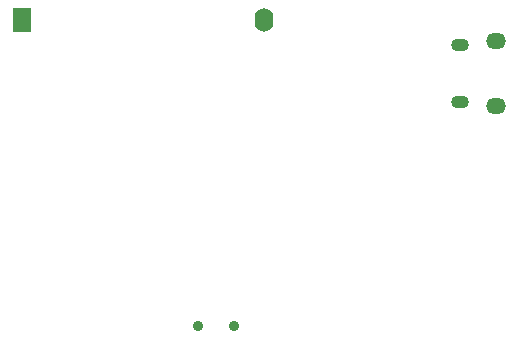
<source format=gbr>
%TF.GenerationSoftware,KiCad,Pcbnew,8.0.3*%
%TF.CreationDate,2024-08-11T15:35:30-05:00*%
%TF.ProjectId,tetrisBusinessCard,74657472-6973-4427-9573-696e65737343,rev?*%
%TF.SameCoordinates,Original*%
%TF.FileFunction,Soldermask,Bot*%
%TF.FilePolarity,Negative*%
%FSLAX46Y46*%
G04 Gerber Fmt 4.6, Leading zero omitted, Abs format (unit mm)*
G04 Created by KiCad (PCBNEW 8.0.3) date 2024-08-11 15:35:30*
%MOMM*%
%LPD*%
G01*
G04 APERTURE LIST*
%ADD10C,0.900000*%
%ADD11O,1.700000X1.350000*%
%ADD12O,1.500000X1.100000*%
%ADD13R,1.600000X2.000000*%
%ADD14O,1.600000X2.000000*%
G04 APERTURE END LIST*
D10*
%TO.C,SW7*%
X194550000Y-101155000D03*
X197550000Y-101155000D03*
%TD*%
D11*
%TO.C,J1*%
X219730000Y-82520000D03*
D12*
X216730000Y-82210000D03*
X216730000Y-77370000D03*
D11*
X219730000Y-77060000D03*
%TD*%
D13*
%TO.C,BT1*%
X179610000Y-75250000D03*
D14*
X200110000Y-75250000D03*
%TD*%
M02*

</source>
